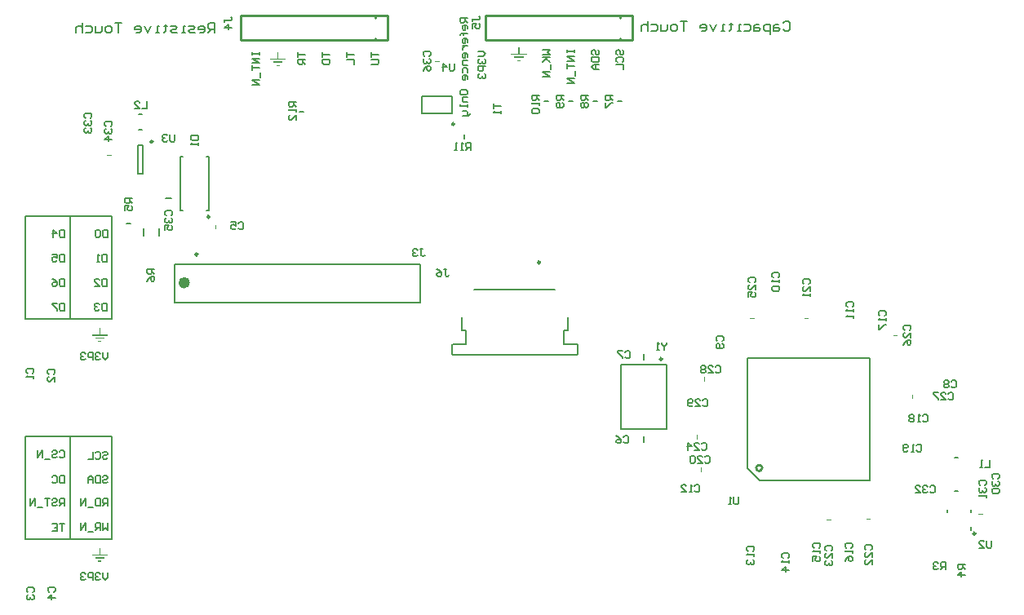
<source format=gbo>
G04 Layer_Color=32896*
%FSLAX24Y24*%
%MOIN*%
G70*
G01*
G75*
%ADD10C,0.0060*%
%ADD47C,0.0100*%
%ADD77C,0.0098*%
%ADD78C,0.0236*%
%ADD79C,0.0059*%
%ADD80C,0.0047*%
%ADD81C,0.0079*%
G36*
X6815Y13165D02*
X6688Y13165D01*
X6688Y13213D01*
X6815Y13213D01*
X6815Y13165D01*
X6815Y13165D02*
G37*
G36*
X6942Y13301D02*
X6560Y13301D01*
X6560Y13350D01*
X6942Y13350D01*
X6942Y13301D01*
X6942Y13301D02*
G37*
G36*
X6774Y13475D02*
X7071Y13475D01*
X7071Y13426D01*
X6434Y13426D01*
X6434Y13475D01*
X6732Y13475D01*
X6732Y13742D01*
X6774Y13742D01*
X6774Y13475D01*
X6774Y13475D02*
G37*
G36*
X6815Y4180D02*
X6688Y4180D01*
X6688Y4228D01*
X6815Y4228D01*
X6815Y4180D01*
X6815Y4180D02*
G37*
G36*
X6942Y4316D02*
X6560Y4316D01*
X6560Y4365D01*
X6942Y4365D01*
X6942Y4316D01*
X6942Y4316D02*
G37*
G36*
X6774Y4490D02*
X7071Y4490D01*
X7071Y4441D01*
X6434Y4441D01*
X6434Y4490D01*
X6732Y4490D01*
X6732Y4757D01*
X6774Y4757D01*
X6774Y4490D01*
X6774Y4490D02*
G37*
G36*
X14094Y24445D02*
X13967Y24445D01*
X13967Y24493D01*
X14094Y24493D01*
X14094Y24445D01*
X14094Y24445D02*
G37*
G36*
X14221Y24581D02*
X13839Y24581D01*
X13839Y24630D01*
X14221Y24630D01*
X14221Y24581D01*
X14221Y24581D02*
G37*
G36*
X14053Y24755D02*
X14350Y24755D01*
X14350Y24706D01*
X13714Y24706D01*
X13714Y24755D01*
X14011Y24755D01*
X14011Y25022D01*
X14053Y25022D01*
X14053Y24755D01*
X14053Y24755D02*
G37*
G36*
X23934Y24645D02*
X23807Y24645D01*
X23807Y24693D01*
X23934Y24693D01*
X23934Y24645D01*
X23934Y24645D02*
G37*
G36*
X24061Y24781D02*
X23679Y24781D01*
X23679Y24831D01*
X24061Y24831D01*
X24061Y24781D01*
X24061Y24781D02*
G37*
G36*
X23893Y24955D02*
X24190Y24955D01*
X24190Y24906D01*
X23554Y24906D01*
X23554Y24955D01*
X23851Y24955D01*
X23851Y25222D01*
X23893Y25222D01*
X23893Y24955D01*
X23893Y24955D02*
G37*
D10*
X3700Y5100D02*
X3700Y9320D01*
X3700Y5100D02*
X7250Y5100D01*
X7250Y9320D01*
X3700Y9320D02*
X7250Y9320D01*
X5550Y5110D02*
X5550Y9320D01*
X5540Y5100D02*
X5550Y5110D01*
X5550Y14110D02*
X5550Y18320D01*
X3700Y18320D02*
X7250Y18320D01*
X3700Y14100D02*
X7250Y14100D01*
X3700Y14100D02*
X3700Y18320D01*
X7250Y14100D02*
X7250Y18320D01*
X28972Y12432D02*
X28972Y12668D01*
X28979Y9079D02*
X28979Y9315D01*
X9440Y19053D02*
X9676Y19053D01*
X3790Y11880D02*
X3740Y11930D01*
X3740Y12030D01*
X3790Y12080D01*
X3990Y12080D01*
X4040Y12030D01*
X4040Y11930D01*
X3990Y11880D01*
X4040Y11780D02*
X4040Y11680D01*
X4040Y11730D01*
X3740Y11730D01*
X3790Y11780D01*
X4660Y11850D02*
X4610Y11900D01*
X4610Y12000D01*
X4660Y12050D01*
X4860Y12050D01*
X4910Y12000D01*
X4910Y11900D01*
X4860Y11850D01*
X4910Y11550D02*
X4910Y11750D01*
X4710Y11550D01*
X4660Y11550D01*
X4610Y11600D01*
X4610Y11700D01*
X4660Y11750D01*
X3820Y2940D02*
X3770Y2990D01*
X3770Y3090D01*
X3820Y3140D01*
X4020Y3140D01*
X4070Y3090D01*
X4070Y2990D01*
X4020Y2940D01*
X3820Y2840D02*
X3770Y2790D01*
X3770Y2690D01*
X3820Y2640D01*
X3870Y2640D01*
X3920Y2690D01*
X3920Y2740D01*
X3920Y2690D01*
X3970Y2640D01*
X4020Y2640D01*
X4070Y2690D01*
X4070Y2790D01*
X4020Y2840D01*
X4680Y2960D02*
X4630Y3010D01*
X4630Y3110D01*
X4680Y3160D01*
X4880Y3160D01*
X4930Y3110D01*
X4930Y3010D01*
X4880Y2960D01*
X4930Y2710D02*
X4630Y2710D01*
X4780Y2860D01*
X4780Y2660D01*
X12410Y18027D02*
X12460Y18077D01*
X12560Y18077D01*
X12610Y18027D01*
X12610Y17827D01*
X12560Y17777D01*
X12460Y17777D01*
X12410Y17827D01*
X12110Y18077D02*
X12310Y18077D01*
X12310Y17927D01*
X12210Y17977D01*
X12160Y17977D01*
X12110Y17927D01*
X12110Y17827D01*
X12160Y17777D01*
X12260Y17777D01*
X12310Y17827D01*
X28152Y9290D02*
X28202Y9340D01*
X28302Y9340D01*
X28352Y9290D01*
X28352Y9090D01*
X28302Y9040D01*
X28202Y9040D01*
X28152Y9090D01*
X27852Y9340D02*
X27952Y9290D01*
X28052Y9190D01*
X28052Y9090D01*
X28002Y9040D01*
X27902Y9040D01*
X27852Y9090D01*
X27852Y9140D01*
X27902Y9190D01*
X28052Y9190D01*
X28212Y12760D02*
X28262Y12810D01*
X28362Y12810D01*
X28412Y12760D01*
X28412Y12560D01*
X28362Y12510D01*
X28262Y12510D01*
X28212Y12560D01*
X28112Y12810D02*
X27912Y12810D01*
X27912Y12760D01*
X28112Y12560D01*
X28112Y12510D01*
X41528Y11557D02*
X41578Y11607D01*
X41678Y11607D01*
X41728Y11557D01*
X41728Y11357D01*
X41678Y11307D01*
X41578Y11307D01*
X41528Y11357D01*
X41428Y11557D02*
X41378Y11607D01*
X41278Y11607D01*
X41228Y11557D01*
X41228Y11507D01*
X41278Y11457D01*
X41228Y11407D01*
X41228Y11357D01*
X41278Y11307D01*
X41378Y11307D01*
X41428Y11357D01*
X41428Y11407D01*
X41378Y11457D01*
X41428Y11507D01*
X41428Y11557D01*
X41378Y11457D02*
X41278Y11457D01*
X31987Y13197D02*
X31937Y13247D01*
X31937Y13347D01*
X31987Y13397D01*
X32187Y13397D01*
X32237Y13347D01*
X32237Y13247D01*
X32187Y13197D01*
X32187Y13097D02*
X32237Y13047D01*
X32237Y12947D01*
X32187Y12897D01*
X31987Y12897D01*
X31937Y12947D01*
X31937Y13047D01*
X31987Y13097D01*
X32037Y13097D01*
X32087Y13047D01*
X32087Y12897D01*
X34260Y15800D02*
X34210Y15850D01*
X34210Y15950D01*
X34260Y16000D01*
X34460Y16000D01*
X34510Y15950D01*
X34510Y15850D01*
X34460Y15800D01*
X34510Y15700D02*
X34510Y15600D01*
X34510Y15650D01*
X34210Y15650D01*
X34260Y15700D01*
X34260Y15450D02*
X34210Y15400D01*
X34210Y15300D01*
X34260Y15250D01*
X34460Y15250D01*
X34510Y15300D01*
X34510Y15400D01*
X34460Y15450D01*
X34260Y15450D01*
X37290Y14600D02*
X37240Y14650D01*
X37240Y14750D01*
X37290Y14800D01*
X37490Y14800D01*
X37540Y14750D01*
X37540Y14650D01*
X37490Y14600D01*
X37540Y14500D02*
X37540Y14400D01*
X37540Y14450D01*
X37240Y14450D01*
X37290Y14500D01*
X37540Y14250D02*
X37540Y14150D01*
X37540Y14200D01*
X37240Y14200D01*
X37290Y14250D01*
X31056Y7280D02*
X31106Y7330D01*
X31206Y7330D01*
X31256Y7280D01*
X31256Y7080D01*
X31206Y7030D01*
X31106Y7030D01*
X31056Y7080D01*
X30956Y7030D02*
X30856Y7030D01*
X30906Y7030D01*
X30906Y7330D01*
X30956Y7280D01*
X30507Y7030D02*
X30706Y7030D01*
X30507Y7230D01*
X30507Y7280D01*
X30557Y7330D01*
X30656Y7330D01*
X30706Y7280D01*
X33227Y4612D02*
X33177Y4662D01*
X33177Y4762D01*
X33227Y4812D01*
X33426Y4812D01*
X33476Y4762D01*
X33476Y4662D01*
X33426Y4612D01*
X33476Y4512D02*
X33476Y4412D01*
X33476Y4462D01*
X33177Y4462D01*
X33227Y4512D01*
X33227Y4263D02*
X33177Y4213D01*
X33177Y4113D01*
X33227Y4063D01*
X33277Y4063D01*
X33326Y4113D01*
X33326Y4163D01*
X33326Y4113D01*
X33376Y4063D01*
X33426Y4063D01*
X33476Y4113D01*
X33476Y4213D01*
X33426Y4263D01*
X34673Y4329D02*
X34623Y4379D01*
X34623Y4479D01*
X34673Y4529D01*
X34873Y4529D01*
X34923Y4479D01*
X34923Y4379D01*
X34873Y4329D01*
X34923Y4229D02*
X34923Y4129D01*
X34923Y4179D01*
X34623Y4179D01*
X34673Y4229D01*
X34923Y3829D02*
X34623Y3829D01*
X34773Y3979D01*
X34773Y3779D01*
X35930Y4761D02*
X35880Y4811D01*
X35880Y4911D01*
X35930Y4961D01*
X36130Y4961D01*
X36180Y4911D01*
X36180Y4811D01*
X36130Y4761D01*
X36180Y4661D02*
X36180Y4561D01*
X36180Y4611D01*
X35880Y4611D01*
X35930Y4661D01*
X35880Y4211D02*
X35880Y4411D01*
X36030Y4411D01*
X35980Y4311D01*
X35980Y4261D01*
X36030Y4211D01*
X36130Y4211D01*
X36180Y4261D01*
X36180Y4361D01*
X36130Y4411D01*
X37245Y4761D02*
X37195Y4811D01*
X37195Y4911D01*
X37245Y4961D01*
X37445Y4961D01*
X37495Y4911D01*
X37495Y4811D01*
X37445Y4761D01*
X37495Y4661D02*
X37495Y4561D01*
X37495Y4611D01*
X37195Y4611D01*
X37245Y4661D01*
X37195Y4211D02*
X37245Y4311D01*
X37345Y4411D01*
X37445Y4411D01*
X37495Y4361D01*
X37495Y4261D01*
X37445Y4211D01*
X37395Y4211D01*
X37345Y4261D01*
X37345Y4411D01*
X38610Y14240D02*
X38560Y14290D01*
X38560Y14390D01*
X38610Y14440D01*
X38810Y14440D01*
X38860Y14390D01*
X38860Y14290D01*
X38810Y14240D01*
X38860Y14140D02*
X38860Y14040D01*
X38860Y14090D01*
X38560Y14090D01*
X38610Y14140D01*
X38560Y13890D02*
X38560Y13690D01*
X38610Y13690D01*
X38810Y13890D01*
X38860Y13890D01*
X40368Y10156D02*
X40418Y10206D01*
X40518Y10206D01*
X40568Y10156D01*
X40568Y9956D01*
X40518Y9906D01*
X40418Y9906D01*
X40368Y9956D01*
X40268Y9906D02*
X40168Y9906D01*
X40218Y9906D01*
X40218Y10206D01*
X40268Y10156D01*
X40018Y10156D02*
X39968Y10206D01*
X39868Y10206D01*
X39818Y10156D01*
X39818Y10106D01*
X39868Y10056D01*
X39818Y10006D01*
X39818Y9956D01*
X39868Y9906D01*
X39968Y9906D01*
X40018Y9956D01*
X40018Y10006D01*
X39968Y10056D01*
X40018Y10106D01*
X40018Y10156D01*
X39968Y10056D02*
X39868Y10056D01*
X40114Y8937D02*
X40164Y8987D01*
X40264Y8987D01*
X40314Y8937D01*
X40314Y8737D01*
X40264Y8687D01*
X40164Y8687D01*
X40114Y8737D01*
X40014Y8687D02*
X39914Y8687D01*
X39964Y8687D01*
X39964Y8987D01*
X40014Y8937D01*
X39764Y8737D02*
X39714Y8687D01*
X39614Y8687D01*
X39564Y8737D01*
X39564Y8937D01*
X39614Y8987D01*
X39714Y8987D01*
X39764Y8937D01*
X39764Y8887D01*
X39714Y8837D01*
X39564Y8837D01*
X31467Y8471D02*
X31517Y8521D01*
X31617Y8521D01*
X31667Y8471D01*
X31667Y8271D01*
X31617Y8221D01*
X31517Y8221D01*
X31467Y8271D01*
X31167Y8221D02*
X31367Y8221D01*
X31167Y8421D01*
X31167Y8471D01*
X31217Y8521D01*
X31317Y8521D01*
X31367Y8471D01*
X31067Y8471D02*
X31017Y8521D01*
X30917Y8521D01*
X30867Y8471D01*
X30867Y8271D01*
X30917Y8221D01*
X31017Y8221D01*
X31067Y8271D01*
X31067Y8471D01*
X35510Y15530D02*
X35460Y15580D01*
X35460Y15680D01*
X35510Y15730D01*
X35710Y15730D01*
X35760Y15680D01*
X35760Y15580D01*
X35710Y15530D01*
X35760Y15230D02*
X35760Y15430D01*
X35560Y15230D01*
X35510Y15230D01*
X35460Y15280D01*
X35460Y15380D01*
X35510Y15430D01*
X35760Y15130D02*
X35760Y15030D01*
X35760Y15080D01*
X35460Y15080D01*
X35510Y15130D01*
X38049Y4666D02*
X37999Y4716D01*
X37999Y4816D01*
X38049Y4866D01*
X38248Y4866D01*
X38298Y4816D01*
X38298Y4716D01*
X38248Y4666D01*
X38298Y4366D02*
X38298Y4566D01*
X38098Y4366D01*
X38049Y4366D01*
X37999Y4416D01*
X37999Y4516D01*
X38049Y4566D01*
X38298Y4066D02*
X38298Y4266D01*
X38098Y4066D01*
X38049Y4066D01*
X37999Y4116D01*
X37999Y4216D01*
X38049Y4266D01*
X36438Y4640D02*
X36388Y4690D01*
X36388Y4790D01*
X36438Y4840D01*
X36637Y4840D01*
X36687Y4790D01*
X36687Y4690D01*
X36637Y4640D01*
X36687Y4340D02*
X36687Y4540D01*
X36488Y4340D01*
X36438Y4340D01*
X36388Y4390D01*
X36388Y4490D01*
X36438Y4540D01*
X36438Y4240D02*
X36388Y4190D01*
X36388Y4090D01*
X36438Y4040D01*
X36488Y4040D01*
X36538Y4090D01*
X36538Y4140D01*
X36538Y4090D01*
X36588Y4040D01*
X36637Y4040D01*
X36687Y4090D01*
X36687Y4190D01*
X36637Y4240D01*
X31337Y9009D02*
X31387Y9059D01*
X31487Y9059D01*
X31537Y9009D01*
X31537Y8809D01*
X31487Y8759D01*
X31387Y8759D01*
X31337Y8809D01*
X31037Y8759D02*
X31237Y8759D01*
X31037Y8959D01*
X31037Y9009D01*
X31087Y9059D01*
X31187Y9059D01*
X31237Y9009D01*
X30787Y8759D02*
X30787Y9059D01*
X30937Y8909D01*
X30737Y8909D01*
X33300Y15610D02*
X33250Y15660D01*
X33250Y15760D01*
X33300Y15810D01*
X33500Y15810D01*
X33550Y15760D01*
X33550Y15660D01*
X33500Y15610D01*
X33550Y15310D02*
X33550Y15510D01*
X33350Y15310D01*
X33300Y15310D01*
X33250Y15360D01*
X33250Y15460D01*
X33300Y15510D01*
X33250Y15010D02*
X33250Y15210D01*
X33400Y15210D01*
X33350Y15110D01*
X33350Y15060D01*
X33400Y15010D01*
X33500Y15010D01*
X33550Y15060D01*
X33550Y15160D01*
X33500Y15210D01*
X39634Y13654D02*
X39584Y13704D01*
X39584Y13804D01*
X39634Y13854D01*
X39834Y13854D01*
X39884Y13804D01*
X39884Y13704D01*
X39834Y13654D01*
X39884Y13354D02*
X39884Y13554D01*
X39684Y13354D01*
X39634Y13354D01*
X39584Y13404D01*
X39584Y13504D01*
X39634Y13554D01*
X39584Y13054D02*
X39634Y13154D01*
X39734Y13254D01*
X39834Y13254D01*
X39884Y13204D01*
X39884Y13104D01*
X39834Y13054D01*
X39784Y13054D01*
X39734Y13104D01*
X39734Y13254D01*
X41423Y11050D02*
X41473Y11100D01*
X41573Y11100D01*
X41623Y11050D01*
X41623Y10850D01*
X41573Y10800D01*
X41473Y10800D01*
X41423Y10850D01*
X41123Y10800D02*
X41323Y10800D01*
X41123Y11000D01*
X41123Y11050D01*
X41173Y11100D01*
X41273Y11100D01*
X41323Y11050D01*
X41023Y11100D02*
X40823Y11100D01*
X40823Y11050D01*
X41023Y10850D01*
X41023Y10800D01*
X31893Y12153D02*
X31943Y12203D01*
X32043Y12203D01*
X32093Y12153D01*
X32093Y11954D01*
X32043Y11904D01*
X31943Y11904D01*
X31893Y11954D01*
X31593Y11904D02*
X31793Y11904D01*
X31593Y12103D01*
X31593Y12153D01*
X31643Y12203D01*
X31743Y12203D01*
X31793Y12153D01*
X31493Y12153D02*
X31443Y12203D01*
X31343Y12203D01*
X31293Y12153D01*
X31293Y12103D01*
X31343Y12054D01*
X31293Y12004D01*
X31293Y11954D01*
X31343Y11904D01*
X31443Y11904D01*
X31493Y11954D01*
X31493Y12004D01*
X31443Y12054D01*
X31493Y12103D01*
X31493Y12153D01*
X31443Y12054D02*
X31343Y12054D01*
X31388Y10780D02*
X31438Y10830D01*
X31538Y10830D01*
X31588Y10780D01*
X31588Y10580D01*
X31538Y10530D01*
X31438Y10530D01*
X31388Y10580D01*
X31088Y10530D02*
X31288Y10530D01*
X31088Y10730D01*
X31088Y10780D01*
X31138Y10830D01*
X31238Y10830D01*
X31288Y10780D01*
X30988Y10580D02*
X30938Y10530D01*
X30838Y10530D01*
X30788Y10580D01*
X30788Y10780D01*
X30838Y10830D01*
X30938Y10830D01*
X30988Y10780D01*
X30988Y10730D01*
X30938Y10680D01*
X30788Y10680D01*
X43250Y7580D02*
X43200Y7630D01*
X43200Y7730D01*
X43250Y7780D01*
X43450Y7780D01*
X43500Y7730D01*
X43500Y7630D01*
X43450Y7580D01*
X43250Y7480D02*
X43200Y7430D01*
X43200Y7330D01*
X43250Y7280D01*
X43300Y7280D01*
X43350Y7330D01*
X43350Y7380D01*
X43350Y7330D01*
X43400Y7280D01*
X43450Y7280D01*
X43500Y7330D01*
X43500Y7430D01*
X43450Y7480D01*
X43250Y7180D02*
X43200Y7130D01*
X43200Y7030D01*
X43250Y6980D01*
X43450Y6980D01*
X43500Y7030D01*
X43500Y7130D01*
X43450Y7180D01*
X43250Y7180D01*
X42720Y7320D02*
X42670Y7370D01*
X42670Y7470D01*
X42720Y7520D01*
X42920Y7520D01*
X42970Y7470D01*
X42970Y7370D01*
X42920Y7320D01*
X42720Y7220D02*
X42670Y7170D01*
X42670Y7070D01*
X42720Y7020D01*
X42770Y7020D01*
X42820Y7070D01*
X42820Y7120D01*
X42820Y7070D01*
X42870Y7020D01*
X42920Y7020D01*
X42970Y7070D01*
X42970Y7170D01*
X42920Y7220D01*
X42970Y6920D02*
X42970Y6820D01*
X42970Y6870D01*
X42670Y6870D01*
X42720Y6920D01*
X40670Y7260D02*
X40720Y7310D01*
X40820Y7310D01*
X40870Y7260D01*
X40870Y7060D01*
X40820Y7010D01*
X40720Y7010D01*
X40670Y7060D01*
X40570Y7260D02*
X40520Y7310D01*
X40420Y7310D01*
X40370Y7260D01*
X40370Y7210D01*
X40420Y7160D01*
X40470Y7160D01*
X40420Y7160D01*
X40370Y7110D01*
X40370Y7060D01*
X40420Y7010D01*
X40520Y7010D01*
X40570Y7060D01*
X40070Y7010D02*
X40270Y7010D01*
X40070Y7210D01*
X40070Y7260D01*
X40120Y7310D01*
X40220Y7310D01*
X40270Y7260D01*
X6170Y22320D02*
X6120Y22370D01*
X6120Y22470D01*
X6170Y22520D01*
X6370Y22520D01*
X6420Y22470D01*
X6420Y22370D01*
X6370Y22320D01*
X6170Y22220D02*
X6120Y22170D01*
X6120Y22070D01*
X6170Y22020D01*
X6220Y22020D01*
X6270Y22070D01*
X6270Y22120D01*
X6270Y22070D01*
X6320Y22020D01*
X6370Y22020D01*
X6420Y22070D01*
X6420Y22170D01*
X6370Y22220D01*
X6170Y21920D02*
X6120Y21870D01*
X6120Y21770D01*
X6170Y21720D01*
X6220Y21720D01*
X6270Y21770D01*
X6270Y21820D01*
X6270Y21770D01*
X6320Y21720D01*
X6370Y21720D01*
X6420Y21770D01*
X6420Y21870D01*
X6370Y21920D01*
X7001Y21990D02*
X6951Y22040D01*
X6951Y22140D01*
X7001Y22190D01*
X7201Y22190D01*
X7251Y22140D01*
X7251Y22040D01*
X7201Y21990D01*
X7001Y21890D02*
X6951Y21840D01*
X6951Y21740D01*
X7001Y21690D01*
X7051Y21690D01*
X7101Y21740D01*
X7101Y21790D01*
X7101Y21740D01*
X7151Y21690D01*
X7201Y21690D01*
X7251Y21740D01*
X7251Y21840D01*
X7201Y21890D01*
X7251Y21440D02*
X6951Y21440D01*
X7101Y21590D01*
X7101Y21390D01*
X9470Y18330D02*
X9420Y18380D01*
X9420Y18480D01*
X9470Y18530D01*
X9670Y18530D01*
X9720Y18480D01*
X9720Y18380D01*
X9670Y18330D01*
X9470Y18230D02*
X9420Y18180D01*
X9420Y18080D01*
X9470Y18030D01*
X9520Y18030D01*
X9570Y18080D01*
X9570Y18130D01*
X9570Y18080D01*
X9620Y18030D01*
X9670Y18030D01*
X9720Y18080D01*
X9720Y18180D01*
X9670Y18230D01*
X9420Y17730D02*
X9420Y17930D01*
X9570Y17930D01*
X9520Y17830D01*
X9520Y17780D01*
X9570Y17730D01*
X9670Y17730D01*
X9720Y17780D01*
X9720Y17880D01*
X9670Y17930D01*
X10480Y21606D02*
X10780Y21606D01*
X10780Y21456D01*
X10730Y21406D01*
X10530Y21406D01*
X10480Y21456D01*
X10480Y21606D01*
X10780Y21306D02*
X10780Y21206D01*
X10780Y21256D01*
X10480Y21256D01*
X10530Y21306D01*
X19830Y16977D02*
X19930Y16977D01*
X19880Y16977D01*
X19880Y16727D01*
X19930Y16677D01*
X19980Y16677D01*
X20030Y16727D01*
X19730Y16927D02*
X19680Y16977D01*
X19580Y16977D01*
X19530Y16927D01*
X19530Y16877D01*
X19580Y16827D01*
X19630Y16827D01*
X19580Y16827D01*
X19530Y16777D01*
X19530Y16727D01*
X19580Y16677D01*
X19680Y16677D01*
X19730Y16727D01*
X8680Y23010D02*
X8680Y22710D01*
X8480Y22710D01*
X8180Y22710D02*
X8380Y22710D01*
X8180Y22910D01*
X8180Y22960D01*
X8230Y23010D01*
X8330Y23010D01*
X8380Y22960D01*
X41300Y3870D02*
X41300Y4170D01*
X41150Y4170D01*
X41100Y4120D01*
X41100Y4020D01*
X41150Y3970D01*
X41300Y3970D01*
X41200Y3970D02*
X41100Y3870D01*
X41000Y4120D02*
X40950Y4170D01*
X40850Y4170D01*
X40800Y4120D01*
X40800Y4070D01*
X40850Y4020D01*
X40900Y4020D01*
X40850Y4020D01*
X40800Y3970D01*
X40800Y3920D01*
X40850Y3870D01*
X40950Y3870D01*
X41000Y3920D01*
X42090Y4080D02*
X41790Y4080D01*
X41790Y3930D01*
X41840Y3880D01*
X41940Y3880D01*
X41990Y3930D01*
X41990Y4080D01*
X41990Y3980D02*
X42090Y3880D01*
X42090Y3630D02*
X41790Y3630D01*
X41940Y3780D01*
X41940Y3580D01*
X8080Y19039D02*
X7780Y19039D01*
X7780Y18889D01*
X7830Y18839D01*
X7930Y18839D01*
X7980Y18889D01*
X7980Y19039D01*
X7980Y18939D02*
X8080Y18839D01*
X7780Y18539D02*
X7780Y18739D01*
X7930Y18739D01*
X7880Y18639D01*
X7880Y18589D01*
X7930Y18539D01*
X8030Y18539D01*
X8080Y18589D01*
X8080Y18689D01*
X8030Y18739D01*
X8980Y16148D02*
X8680Y16148D01*
X8680Y15998D01*
X8730Y15948D01*
X8830Y15948D01*
X8880Y15998D01*
X8880Y16148D01*
X8880Y16048D02*
X8980Y15948D01*
X8680Y15648D02*
X8730Y15748D01*
X8830Y15848D01*
X8930Y15848D01*
X8980Y15798D01*
X8980Y15698D01*
X8930Y15648D01*
X8880Y15648D01*
X8830Y15698D01*
X8830Y15848D01*
X32850Y6830D02*
X32850Y6580D01*
X32800Y6530D01*
X32700Y6530D01*
X32650Y6580D01*
X32650Y6830D01*
X32550Y6530D02*
X32450Y6530D01*
X32500Y6530D01*
X32500Y6830D01*
X32550Y6780D01*
X43180Y5060D02*
X43180Y4810D01*
X43130Y4760D01*
X43030Y4760D01*
X42980Y4810D01*
X42980Y5060D01*
X42680Y4760D02*
X42880Y4760D01*
X42680Y4960D01*
X42680Y5010D01*
X42730Y5060D01*
X42830Y5060D01*
X42880Y5010D01*
X9820Y21648D02*
X9820Y21398D01*
X9770Y21348D01*
X9670Y21348D01*
X9620Y21398D01*
X9620Y21648D01*
X9520Y21598D02*
X9470Y21648D01*
X9370Y21648D01*
X9320Y21598D01*
X9320Y21548D01*
X9370Y21498D01*
X9420Y21498D01*
X9370Y21498D01*
X9320Y21448D01*
X9320Y21398D01*
X9370Y21348D01*
X9470Y21348D01*
X9520Y21398D01*
X29892Y13130D02*
X29892Y13080D01*
X29792Y12980D01*
X29692Y13080D01*
X29692Y13130D01*
X29792Y12980D02*
X29792Y12830D01*
X29592Y12830D02*
X29492Y12830D01*
X29542Y12830D01*
X29542Y13130D01*
X29592Y13080D01*
X43120Y8350D02*
X43120Y8050D01*
X42920Y8050D01*
X42820Y8050D02*
X42720Y8050D01*
X42770Y8050D01*
X42770Y8350D01*
X42820Y8300D01*
X11855Y26255D02*
X11855Y26355D01*
X11855Y26305D01*
X12105Y26305D01*
X12155Y26355D01*
X12155Y26405D01*
X12105Y26455D01*
X12155Y26005D02*
X11855Y26005D01*
X12005Y26155D01*
X12005Y25955D01*
X21980Y26280D02*
X21980Y26380D01*
X21980Y26330D01*
X22230Y26330D01*
X22280Y26380D01*
X22280Y26430D01*
X22230Y26480D01*
X21980Y25980D02*
X21980Y26180D01*
X22130Y26180D01*
X22080Y26080D01*
X22080Y26030D01*
X22130Y25980D01*
X22230Y25980D01*
X22280Y26030D01*
X22280Y26130D01*
X22230Y26180D01*
X20815Y16161D02*
X20915Y16161D01*
X20865Y16161D01*
X20865Y15911D01*
X20915Y15861D01*
X20965Y15861D01*
X21015Y15911D01*
X20515Y16161D02*
X20615Y16111D01*
X20715Y16011D01*
X20715Y15911D01*
X20665Y15861D01*
X20565Y15861D01*
X20515Y15911D01*
X20515Y15961D01*
X20565Y16011D01*
X20715Y16011D01*
X27700Y23240D02*
X27400Y23240D01*
X27400Y23090D01*
X27450Y23040D01*
X27550Y23040D01*
X27600Y23090D01*
X27600Y23240D01*
X27600Y23140D02*
X27700Y23040D01*
X27400Y22940D02*
X27400Y22740D01*
X27450Y22740D01*
X27650Y22940D01*
X27700Y22940D01*
X26700Y23250D02*
X26400Y23250D01*
X26400Y23100D01*
X26450Y23050D01*
X26550Y23050D01*
X26600Y23100D01*
X26600Y23250D01*
X26600Y23150D02*
X26700Y23050D01*
X26450Y22950D02*
X26400Y22900D01*
X26400Y22800D01*
X26450Y22750D01*
X26500Y22750D01*
X26550Y22800D01*
X26600Y22750D01*
X26650Y22750D01*
X26700Y22800D01*
X26700Y22900D01*
X26650Y22950D01*
X26600Y22950D01*
X26550Y22900D01*
X26500Y22950D01*
X26450Y22950D01*
X26550Y22900D02*
X26550Y22800D01*
X25700Y23250D02*
X25400Y23250D01*
X25400Y23100D01*
X25450Y23050D01*
X25550Y23050D01*
X25600Y23100D01*
X25600Y23250D01*
X25600Y23150D02*
X25700Y23050D01*
X25650Y22950D02*
X25700Y22900D01*
X25700Y22800D01*
X25650Y22750D01*
X25450Y22750D01*
X25400Y22800D01*
X25400Y22900D01*
X25450Y22950D01*
X25500Y22950D01*
X25550Y22900D01*
X25550Y22750D01*
X24700Y23250D02*
X24400Y23250D01*
X24400Y23100D01*
X24450Y23050D01*
X24550Y23050D01*
X24600Y23100D01*
X24600Y23250D01*
X24600Y23150D02*
X24700Y23050D01*
X24700Y22950D02*
X24700Y22850D01*
X24700Y22900D01*
X24400Y22900D01*
X24450Y22950D01*
X24450Y22700D02*
X24400Y22650D01*
X24400Y22550D01*
X24450Y22500D01*
X24650Y22500D01*
X24700Y22550D01*
X24700Y22650D01*
X24650Y22700D01*
X24450Y22700D01*
X22850Y22910D02*
X22850Y22710D01*
X22850Y22810D01*
X23150Y22810D01*
X23150Y22610D02*
X23150Y22510D01*
X23150Y22560D01*
X22850Y22560D01*
X22900Y22610D01*
X20020Y24850D02*
X19970Y24900D01*
X19970Y25000D01*
X20020Y25050D01*
X20220Y25050D01*
X20270Y25000D01*
X20270Y24900D01*
X20220Y24850D01*
X20020Y24750D02*
X19970Y24700D01*
X19970Y24600D01*
X20020Y24550D01*
X20070Y24550D01*
X20120Y24600D01*
X20120Y24650D01*
X20120Y24600D01*
X20170Y24550D01*
X20220Y24550D01*
X20270Y24600D01*
X20270Y24700D01*
X20220Y24750D01*
X19970Y24250D02*
X20020Y24350D01*
X20120Y24450D01*
X20220Y24450D01*
X20270Y24400D01*
X20270Y24300D01*
X20220Y24250D01*
X20170Y24250D01*
X20120Y24300D01*
X20120Y24450D01*
X21900Y21020D02*
X21900Y21320D01*
X21750Y21320D01*
X21700Y21270D01*
X21700Y21170D01*
X21750Y21120D01*
X21900Y21120D01*
X21800Y21120D02*
X21700Y21020D01*
X21600Y21020D02*
X21500Y21020D01*
X21550Y21020D01*
X21550Y21320D01*
X21600Y21270D01*
X21350Y21020D02*
X21250Y21020D01*
X21300Y21020D01*
X21300Y21320D01*
X21350Y21270D01*
X21230Y24560D02*
X21230Y24310D01*
X21180Y24260D01*
X21080Y24260D01*
X21030Y24310D01*
X21030Y24560D01*
X20780Y24260D02*
X20780Y24560D01*
X20930Y24410D01*
X20730Y24410D01*
X14760Y22990D02*
X14460Y22990D01*
X14460Y22840D01*
X14510Y22790D01*
X14610Y22790D01*
X14660Y22840D01*
X14660Y22990D01*
X14660Y22890D02*
X14760Y22790D01*
X14760Y22690D02*
X14760Y22590D01*
X14760Y22640D01*
X14460Y22640D01*
X14510Y22690D01*
X14760Y22240D02*
X14760Y22440D01*
X14560Y22240D01*
X14510Y22240D01*
X14460Y22290D01*
X14460Y22390D01*
X14510Y22440D01*
X17850Y25011D02*
X17850Y24811D01*
X17850Y24911D01*
X18150Y24911D01*
X17850Y24712D02*
X18100Y24712D01*
X18150Y24662D01*
X18150Y24562D01*
X18100Y24512D01*
X17850Y24512D01*
X16850Y25011D02*
X16850Y24811D01*
X16850Y24911D01*
X17150Y24911D01*
X16850Y24712D02*
X17150Y24712D01*
X17150Y24512D01*
X15850Y25011D02*
X15850Y24811D01*
X15850Y24911D01*
X16150Y24911D01*
X15850Y24712D02*
X16150Y24712D01*
X16150Y24562D01*
X16100Y24512D01*
X15900Y24512D01*
X15850Y24562D01*
X15850Y24712D01*
X14850Y25011D02*
X14850Y24811D01*
X14850Y24911D01*
X15150Y24911D01*
X15150Y24712D02*
X14850Y24712D01*
X14850Y24562D01*
X14900Y24512D01*
X15000Y24512D01*
X15050Y24562D01*
X15050Y24712D01*
X15050Y24612D02*
X15150Y24512D01*
X11430Y25800D02*
X11430Y26200D01*
X11230Y26200D01*
X11163Y26133D01*
X11163Y26000D01*
X11230Y25933D01*
X11430Y25933D01*
X11297Y25933D02*
X11163Y25800D01*
X10830Y25800D02*
X10963Y25800D01*
X11030Y25867D01*
X11030Y26000D01*
X10963Y26067D01*
X10830Y26067D01*
X10764Y26000D01*
X10764Y25933D01*
X11030Y25933D01*
X10630Y25800D02*
X10430Y25800D01*
X10364Y25867D01*
X10430Y25933D01*
X10564Y25933D01*
X10630Y26000D01*
X10564Y26067D01*
X10364Y26067D01*
X10230Y25800D02*
X10097Y25800D01*
X10164Y25800D01*
X10164Y26067D01*
X10230Y26067D01*
X9897Y25800D02*
X9697Y25800D01*
X9631Y25867D01*
X9697Y25933D01*
X9831Y25933D01*
X9897Y26000D01*
X9831Y26067D01*
X9631Y26067D01*
X9431Y26133D02*
X9431Y26067D01*
X9497Y26067D01*
X9364Y26067D01*
X9431Y26067D01*
X9431Y25867D01*
X9364Y25800D01*
X9164Y25800D02*
X9031Y25800D01*
X9097Y25800D01*
X9097Y26067D01*
X9164Y26067D01*
X8831Y26067D02*
X8698Y25800D01*
X8564Y26067D01*
X8231Y25800D02*
X8364Y25800D01*
X8431Y25867D01*
X8431Y26000D01*
X8364Y26067D01*
X8231Y26067D01*
X8164Y26000D01*
X8164Y25933D01*
X8431Y25933D01*
X7631Y26200D02*
X7365Y26200D01*
X7498Y26200D01*
X7498Y25800D01*
X7165Y25800D02*
X7031Y25800D01*
X6965Y25867D01*
X6965Y26000D01*
X7031Y26067D01*
X7165Y26067D01*
X7231Y26000D01*
X7231Y25867D01*
X7165Y25800D01*
X6831Y26067D02*
X6831Y25867D01*
X6765Y25800D01*
X6565Y25800D01*
X6565Y26067D01*
X6165Y26067D02*
X6365Y26067D01*
X6432Y26000D01*
X6432Y25867D01*
X6365Y25800D01*
X6165Y25800D01*
X6032Y26200D02*
X6032Y25800D01*
X6032Y26000D01*
X5965Y26067D01*
X5832Y26067D01*
X5765Y26000D01*
X5765Y25800D01*
X34683Y26200D02*
X34750Y26267D01*
X34883Y26267D01*
X34950Y26200D01*
X34950Y25933D01*
X34883Y25867D01*
X34750Y25867D01*
X34683Y25933D01*
X34483Y26133D02*
X34350Y26133D01*
X34284Y26067D01*
X34284Y25867D01*
X34483Y25867D01*
X34550Y25933D01*
X34483Y26000D01*
X34284Y26000D01*
X34150Y25733D02*
X34150Y26133D01*
X33950Y26133D01*
X33884Y26067D01*
X33884Y25933D01*
X33950Y25867D01*
X34150Y25867D01*
X33684Y26133D02*
X33550Y26133D01*
X33484Y26067D01*
X33484Y25867D01*
X33684Y25867D01*
X33750Y25933D01*
X33684Y26000D01*
X33484Y26000D01*
X33084Y26133D02*
X33284Y26133D01*
X33351Y26067D01*
X33351Y25933D01*
X33284Y25867D01*
X33084Y25867D01*
X32951Y25867D02*
X32817Y25867D01*
X32884Y25867D01*
X32884Y26133D01*
X32951Y26133D01*
X32551Y26200D02*
X32551Y26133D01*
X32617Y26133D01*
X32484Y26133D01*
X32551Y26133D01*
X32551Y25933D01*
X32484Y25867D01*
X32284Y25867D02*
X32151Y25867D01*
X32218Y25867D01*
X32218Y26133D01*
X32284Y26133D01*
X31951Y26133D02*
X31818Y25867D01*
X31684Y26133D01*
X31351Y25867D02*
X31484Y25867D01*
X31551Y25933D01*
X31551Y26067D01*
X31484Y26133D01*
X31351Y26133D01*
X31285Y26067D01*
X31285Y26000D01*
X31551Y26000D01*
X30751Y26267D02*
X30485Y26267D01*
X30618Y26267D01*
X30618Y25867D01*
X30285Y25867D02*
X30152Y25867D01*
X30085Y25933D01*
X30085Y26067D01*
X30152Y26133D01*
X30285Y26133D01*
X30351Y26067D01*
X30351Y25933D01*
X30285Y25867D01*
X29952Y26133D02*
X29952Y25933D01*
X29885Y25867D01*
X29685Y25867D01*
X29685Y26133D01*
X29285Y26133D02*
X29485Y26133D01*
X29552Y26067D01*
X29552Y25933D01*
X29485Y25867D01*
X29285Y25867D01*
X29152Y26267D02*
X29152Y25867D01*
X29152Y26067D01*
X29085Y26133D01*
X28952Y26133D01*
X28885Y26067D01*
X28885Y25867D01*
X27900Y24900D02*
X27850Y24950D01*
X27850Y25050D01*
X27900Y25100D01*
X27950Y25100D01*
X28000Y25050D01*
X28000Y24950D01*
X28050Y24900D01*
X28100Y24900D01*
X28150Y24950D01*
X28150Y25050D01*
X28100Y25100D01*
X27900Y24600D02*
X27850Y24650D01*
X27850Y24750D01*
X27900Y24800D01*
X28100Y24800D01*
X28150Y24750D01*
X28150Y24650D01*
X28100Y24600D01*
X27850Y24500D02*
X28150Y24500D01*
X28150Y24300D01*
X26892Y24900D02*
X26842Y24950D01*
X26842Y25050D01*
X26892Y25100D01*
X26942Y25100D01*
X26992Y25050D01*
X26992Y24950D01*
X27042Y24900D01*
X27092Y24900D01*
X27142Y24950D01*
X27142Y25050D01*
X27092Y25100D01*
X26842Y24800D02*
X27142Y24800D01*
X27142Y24650D01*
X27092Y24600D01*
X26892Y24600D01*
X26842Y24650D01*
X26842Y24800D01*
X27142Y24500D02*
X26942Y24500D01*
X26842Y24400D01*
X26942Y24300D01*
X27142Y24300D01*
X26992Y24300D01*
X26992Y24500D01*
X25833Y25100D02*
X25833Y25000D01*
X25833Y25050D01*
X26133Y25050D01*
X26133Y25100D01*
X26133Y25000D01*
X26133Y24850D02*
X25833Y24850D01*
X26133Y24650D01*
X25833Y24650D01*
X25833Y24550D02*
X25833Y24350D01*
X25833Y24450D01*
X26133Y24450D01*
X26183Y24250D02*
X26183Y24050D01*
X26133Y23950D02*
X25833Y23950D01*
X26133Y23750D01*
X25833Y23750D01*
X24825Y25100D02*
X25125Y25100D01*
X25025Y25000D01*
X25125Y24900D01*
X24825Y24900D01*
X24825Y24800D02*
X25125Y24800D01*
X25025Y24800D01*
X24825Y24600D01*
X24975Y24750D01*
X25125Y24600D01*
X25175Y24500D02*
X25175Y24300D01*
X25125Y24200D02*
X24825Y24200D01*
X25125Y24000D01*
X24825Y24000D01*
X5300Y5740D02*
X5100Y5740D01*
X5200Y5740D01*
X5200Y5440D01*
X4800Y5740D02*
X5000Y5740D01*
X5000Y5440D01*
X4800Y5440D01*
X5000Y5590D02*
X4900Y5590D01*
X7060Y5765D02*
X7060Y5465D01*
X6960Y5565D01*
X6860Y5465D01*
X6860Y5765D01*
X6760Y5465D02*
X6760Y5765D01*
X6610Y5765D01*
X6560Y5715D01*
X6560Y5615D01*
X6610Y5565D01*
X6760Y5565D01*
X6660Y5565D02*
X6560Y5465D01*
X6460Y5415D02*
X6260Y5415D01*
X6160Y5465D02*
X6160Y5765D01*
X5960Y5465D01*
X5960Y5765D01*
X7060Y6473D02*
X7060Y6773D01*
X6910Y6773D01*
X6860Y6723D01*
X6860Y6623D01*
X6910Y6573D01*
X7060Y6573D01*
X6960Y6573D02*
X6860Y6473D01*
X6760Y6773D02*
X6760Y6473D01*
X6610Y6473D01*
X6560Y6523D01*
X6560Y6723D01*
X6610Y6773D01*
X6760Y6773D01*
X6460Y6423D02*
X6260Y6423D01*
X6160Y6473D02*
X6160Y6773D01*
X5960Y6473D01*
X5960Y6773D01*
X5300Y7707D02*
X5300Y7407D01*
X5150Y7407D01*
X5100Y7457D01*
X5100Y7657D01*
X5150Y7707D01*
X5300Y7707D01*
X4800Y7657D02*
X4850Y7707D01*
X4950Y7707D01*
X5000Y7657D01*
X5000Y7457D01*
X4950Y7407D01*
X4850Y7407D01*
X4800Y7457D01*
X5100Y8690D02*
X5150Y8740D01*
X5250Y8740D01*
X5300Y8690D01*
X5300Y8490D01*
X5250Y8440D01*
X5150Y8440D01*
X5100Y8490D01*
X4800Y8690D02*
X4850Y8740D01*
X4950Y8740D01*
X5000Y8690D01*
X5000Y8640D01*
X4950Y8590D01*
X4850Y8590D01*
X4800Y8540D01*
X4800Y8490D01*
X4850Y8440D01*
X4950Y8440D01*
X5000Y8490D01*
X4700Y8390D02*
X4500Y8390D01*
X4400Y8440D02*
X4400Y8740D01*
X4200Y8440D01*
X4200Y8740D01*
X5300Y6473D02*
X5300Y6773D01*
X5150Y6773D01*
X5100Y6723D01*
X5100Y6623D01*
X5150Y6573D01*
X5300Y6573D01*
X5200Y6573D02*
X5100Y6473D01*
X4800Y6723D02*
X4850Y6773D01*
X4950Y6773D01*
X5000Y6723D01*
X5000Y6673D01*
X4950Y6623D01*
X4850Y6623D01*
X4800Y6573D01*
X4800Y6523D01*
X4850Y6473D01*
X4950Y6473D01*
X5000Y6523D01*
X4700Y6773D02*
X4500Y6773D01*
X4600Y6773D01*
X4600Y6473D01*
X4400Y6423D02*
X4200Y6423D01*
X4100Y6473D02*
X4100Y6773D01*
X3900Y6473D01*
X3900Y6773D01*
X5300Y17750D02*
X5300Y17450D01*
X5150Y17450D01*
X5100Y17500D01*
X5100Y17700D01*
X5150Y17750D01*
X5300Y17750D01*
X4850Y17450D02*
X4850Y17750D01*
X5000Y17600D01*
X4800Y17600D01*
X7030Y14750D02*
X7030Y14450D01*
X6880Y14450D01*
X6830Y14500D01*
X6830Y14700D01*
X6880Y14750D01*
X7030Y14750D01*
X6730Y14700D02*
X6680Y14750D01*
X6580Y14750D01*
X6530Y14700D01*
X6530Y14650D01*
X6580Y14600D01*
X6630Y14600D01*
X6580Y14600D01*
X6530Y14550D01*
X6530Y14500D01*
X6580Y14450D01*
X6680Y14450D01*
X6730Y14500D01*
X7030Y15750D02*
X7030Y15450D01*
X6880Y15450D01*
X6830Y15500D01*
X6830Y15700D01*
X6880Y15750D01*
X7030Y15750D01*
X6530Y15450D02*
X6730Y15450D01*
X6530Y15650D01*
X6530Y15700D01*
X6580Y15750D01*
X6680Y15750D01*
X6730Y15700D01*
X7030Y16750D02*
X7030Y16450D01*
X6880Y16450D01*
X6830Y16500D01*
X6830Y16700D01*
X6880Y16750D01*
X7030Y16750D01*
X6730Y16450D02*
X6630Y16450D01*
X6680Y16450D01*
X6680Y16750D01*
X6730Y16700D01*
X5300Y15750D02*
X5300Y15450D01*
X5150Y15450D01*
X5100Y15500D01*
X5100Y15700D01*
X5150Y15750D01*
X5300Y15750D01*
X4800Y15750D02*
X4900Y15700D01*
X5000Y15600D01*
X5000Y15500D01*
X4950Y15450D01*
X4850Y15450D01*
X4800Y15500D01*
X4800Y15550D01*
X4850Y15600D01*
X5000Y15600D01*
X5300Y14750D02*
X5300Y14450D01*
X5150Y14450D01*
X5100Y14500D01*
X5100Y14700D01*
X5150Y14750D01*
X5300Y14750D01*
X5000Y14750D02*
X4800Y14750D01*
X4800Y14700D01*
X5000Y14500D01*
X5000Y14450D01*
X5300Y16750D02*
X5300Y16450D01*
X5150Y16450D01*
X5100Y16500D01*
X5100Y16700D01*
X5150Y16750D01*
X5300Y16750D01*
X4800Y16750D02*
X5000Y16750D01*
X5000Y16600D01*
X4900Y16650D01*
X4850Y16650D01*
X4800Y16600D01*
X4800Y16500D01*
X4850Y16450D01*
X4950Y16450D01*
X5000Y16500D01*
X7060Y17750D02*
X7060Y17450D01*
X6910Y17450D01*
X6860Y17500D01*
X6860Y17700D01*
X6910Y17750D01*
X7060Y17750D01*
X6760Y17700D02*
X6710Y17750D01*
X6610Y17750D01*
X6560Y17700D01*
X6560Y17500D01*
X6610Y17450D01*
X6710Y17450D01*
X6760Y17500D01*
X6760Y17700D01*
X7060Y12730D02*
X7060Y12530D01*
X6960Y12430D01*
X6860Y12530D01*
X6860Y12730D01*
X6760Y12680D02*
X6710Y12730D01*
X6610Y12730D01*
X6560Y12680D01*
X6560Y12630D01*
X6610Y12580D01*
X6660Y12580D01*
X6610Y12580D01*
X6560Y12530D01*
X6560Y12480D01*
X6610Y12430D01*
X6710Y12430D01*
X6760Y12480D01*
X6460Y12430D02*
X6460Y12730D01*
X6310Y12730D01*
X6260Y12680D01*
X6260Y12580D01*
X6310Y12530D01*
X6460Y12530D01*
X6160Y12680D02*
X6110Y12730D01*
X6010Y12730D01*
X5960Y12680D01*
X5960Y12630D01*
X6010Y12580D01*
X6060Y12580D01*
X6010Y12580D01*
X5960Y12530D01*
X5960Y12480D01*
X6010Y12430D01*
X6110Y12430D01*
X6160Y12480D01*
X12960Y25011D02*
X12960Y24911D01*
X12960Y24961D01*
X13260Y24961D01*
X13260Y25011D01*
X13260Y24911D01*
X13260Y24761D02*
X12960Y24761D01*
X13260Y24562D01*
X12960Y24562D01*
X12960Y24462D02*
X12960Y24262D01*
X12960Y24362D01*
X13260Y24362D01*
X13310Y24162D02*
X13310Y23962D01*
X13260Y23862D02*
X12960Y23862D01*
X13260Y23662D01*
X12960Y23662D01*
X22220Y25040D02*
X22420Y25040D01*
X22520Y24940D01*
X22420Y24840D01*
X22220Y24840D01*
X22270Y24740D02*
X22220Y24690D01*
X22220Y24590D01*
X22270Y24540D01*
X22320Y24540D01*
X22370Y24590D01*
X22370Y24640D01*
X22370Y24590D01*
X22420Y24540D01*
X22470Y24540D01*
X22520Y24590D01*
X22520Y24690D01*
X22470Y24740D01*
X22520Y24440D02*
X22220Y24440D01*
X22220Y24290D01*
X22270Y24240D01*
X22370Y24240D01*
X22420Y24290D01*
X22420Y24440D01*
X22270Y24140D02*
X22220Y24090D01*
X22220Y23990D01*
X22270Y23940D01*
X22320Y23940D01*
X22370Y23990D01*
X22370Y24040D01*
X22370Y23990D01*
X22420Y23940D01*
X22470Y23940D01*
X22520Y23990D01*
X22520Y24090D01*
X22470Y24140D01*
X21770Y26420D02*
X21470Y26420D01*
X21470Y26270D01*
X21520Y26220D01*
X21620Y26220D01*
X21670Y26270D01*
X21670Y26420D01*
X21670Y26320D02*
X21770Y26220D01*
X21770Y25970D02*
X21770Y26070D01*
X21720Y26120D01*
X21620Y26120D01*
X21570Y26070D01*
X21570Y25970D01*
X21620Y25920D01*
X21670Y25920D01*
X21670Y26120D01*
X21770Y25770D02*
X21520Y25770D01*
X21620Y25770D01*
X21620Y25820D01*
X21620Y25720D01*
X21620Y25770D01*
X21520Y25770D01*
X21470Y25720D01*
X21770Y25420D02*
X21770Y25520D01*
X21720Y25570D01*
X21620Y25570D01*
X21570Y25520D01*
X21570Y25420D01*
X21620Y25370D01*
X21670Y25370D01*
X21670Y25570D01*
X21570Y25270D02*
X21770Y25270D01*
X21670Y25270D01*
X21620Y25220D01*
X21570Y25170D01*
X21570Y25120D01*
X21770Y24821D02*
X21770Y24920D01*
X21720Y24970D01*
X21620Y24970D01*
X21570Y24920D01*
X21570Y24821D01*
X21620Y24771D01*
X21670Y24771D01*
X21670Y24970D01*
X21770Y24671D02*
X21570Y24671D01*
X21570Y24521D01*
X21620Y24471D01*
X21770Y24471D01*
X21570Y24171D02*
X21570Y24321D01*
X21620Y24371D01*
X21720Y24371D01*
X21770Y24321D01*
X21770Y24171D01*
X21770Y23921D02*
X21770Y24021D01*
X21720Y24071D01*
X21620Y24071D01*
X21570Y24021D01*
X21570Y23921D01*
X21620Y23871D01*
X21670Y23871D01*
X21670Y24071D01*
X21470Y23321D02*
X21470Y23421D01*
X21520Y23471D01*
X21720Y23471D01*
X21770Y23421D01*
X21770Y23321D01*
X21720Y23271D01*
X21520Y23271D01*
X21470Y23321D01*
X21770Y23171D02*
X21570Y23171D01*
X21570Y23021D01*
X21620Y22971D01*
X21770Y22971D01*
X21770Y22871D02*
X21770Y22771D01*
X21770Y22821D01*
X21470Y22821D01*
X21470Y22871D01*
X21570Y22621D02*
X21720Y22621D01*
X21770Y22571D01*
X21770Y22421D01*
X21820Y22421D01*
X21870Y22471D01*
X21870Y22521D01*
X21770Y22421D02*
X21570Y22421D01*
X7060Y3730D02*
X7060Y3530D01*
X6960Y3430D01*
X6860Y3530D01*
X6860Y3730D01*
X6760Y3680D02*
X6710Y3730D01*
X6610Y3730D01*
X6560Y3680D01*
X6560Y3630D01*
X6610Y3580D01*
X6660Y3580D01*
X6610Y3580D01*
X6560Y3530D01*
X6560Y3480D01*
X6610Y3430D01*
X6710Y3430D01*
X6760Y3480D01*
X6460Y3430D02*
X6460Y3730D01*
X6310Y3730D01*
X6260Y3680D01*
X6260Y3580D01*
X6310Y3530D01*
X6460Y3530D01*
X6160Y3680D02*
X6110Y3730D01*
X6010Y3730D01*
X5960Y3680D01*
X5960Y3630D01*
X6010Y3580D01*
X6060Y3580D01*
X6010Y3580D01*
X5960Y3530D01*
X5960Y3480D01*
X6010Y3430D01*
X6110Y3430D01*
X6160Y3480D01*
X6860Y7657D02*
X6910Y7707D01*
X7010Y7707D01*
X7060Y7657D01*
X7060Y7607D01*
X7010Y7557D01*
X6910Y7557D01*
X6860Y7507D01*
X6860Y7457D01*
X6910Y7407D01*
X7010Y7407D01*
X7060Y7457D01*
X6760Y7707D02*
X6760Y7407D01*
X6610Y7407D01*
X6560Y7457D01*
X6560Y7657D01*
X6610Y7707D01*
X6760Y7707D01*
X6460Y7407D02*
X6460Y7607D01*
X6360Y7707D01*
X6260Y7607D01*
X6260Y7407D01*
X6260Y7557D01*
X6460Y7557D01*
X6860Y8640D02*
X6910Y8690D01*
X7010Y8690D01*
X7060Y8640D01*
X7060Y8590D01*
X7010Y8540D01*
X6910Y8540D01*
X6860Y8490D01*
X6860Y8440D01*
X6910Y8390D01*
X7010Y8390D01*
X7060Y8440D01*
X6560Y8640D02*
X6610Y8690D01*
X6710Y8690D01*
X6760Y8640D01*
X6760Y8440D01*
X6710Y8390D01*
X6610Y8390D01*
X6560Y8440D01*
X6460Y8690D02*
X6460Y8390D01*
X6260Y8390D01*
D47*
X33810Y8022D02*
G03*
X33810Y8022I-123J0D01*
G01*
X28000Y26423D02*
X28000Y26500D01*
X28000Y25500D02*
X28000Y25587D01*
X22500Y25500D02*
X22500Y26500D01*
X22500Y25500D02*
X28500Y25500D01*
X28500Y26500D01*
X22500Y26500D02*
X28500Y26500D01*
X18000Y26423D02*
X18000Y26500D01*
X18000Y25500D02*
X18000Y25587D01*
X12500Y25500D02*
X12500Y26500D01*
X12500Y25500D02*
X18500Y25500D01*
X18500Y26500D01*
X12500Y26500D02*
X18500Y26500D01*
D77*
X11230Y18285D02*
G03*
X11230Y18285I-49J0D01*
G01*
X10749Y16753D02*
G03*
X10749Y16753I-49J0D01*
G01*
X8915Y21354D02*
G03*
X8915Y21354I-49J0D01*
G01*
X24735Y16418D02*
G03*
X24735Y16418I-49J0D01*
G01*
X42529Y5340D02*
G03*
X42529Y5340I-49J0D01*
G01*
X29727Y12474D02*
G03*
X29727Y12474I-49J0D01*
G01*
X21239Y22073D02*
G03*
X21239Y22073I-49J0D01*
G01*
D78*
X10316Y15592D02*
G03*
X10316Y15592I-118J0D01*
G01*
D79*
X25921Y23003D02*
X26079Y23003D01*
X26921Y23003D02*
X27079Y23003D01*
X27911Y23003D02*
X28069Y23003D01*
X7842Y18013D02*
X7999Y18013D01*
X24921Y23003D02*
X25079Y23003D01*
X21647Y21471D02*
X21647Y21629D01*
X14911Y22563D02*
X15069Y22563D01*
D80*
X39947Y10866D02*
X39947Y11024D01*
X39165Y13436D02*
X39322Y13436D01*
X33322Y14134D02*
X33480Y14134D01*
X31153Y9221D02*
X31153Y9379D01*
X36451Y5903D02*
X36609Y5903D01*
X38062Y5929D02*
X38220Y5929D01*
X35527Y14134D02*
X35684Y14134D01*
X31303Y7874D02*
X31303Y8031D01*
X11458Y17797D02*
X11458Y17954D01*
X31453Y11575D02*
X31453Y11732D01*
X20451Y24647D02*
X20609Y24647D01*
X42646Y6139D02*
X42804Y6139D01*
X7054Y20824D02*
X7212Y20824D01*
D81*
X11220Y18541D02*
X11220Y20746D01*
X10039Y18541D02*
X10039Y20746D01*
X11121Y18541D02*
X11220Y18541D01*
X11121Y20746D02*
X11220Y20746D01*
X10039Y18541D02*
X10137Y18541D01*
X10039Y20746D02*
X10137Y20746D01*
X9804Y16359D02*
X19843Y16359D01*
X9804Y14785D02*
X19843Y14785D01*
X9804Y14785D02*
X9804Y16359D01*
X19843Y14785D02*
X19843Y16359D01*
X41681Y8459D02*
X41799Y8459D01*
X41681Y7091D02*
X41799Y7091D01*
X33204Y8020D02*
X33720Y7504D01*
X38196Y7504D01*
X38196Y12496D01*
X33204Y12496D02*
X38196Y12496D01*
X33204Y8020D02*
X33204Y12496D01*
X8294Y20045D02*
X8294Y21226D01*
X8491Y20045D02*
X8491Y21226D01*
X8294Y20045D02*
X8491Y20045D01*
X8294Y21226D02*
X8491Y21226D01*
X25867Y13643D02*
X25867Y14194D01*
X25690Y13092D02*
X25690Y13643D01*
X25867Y13643D01*
X26261Y12693D02*
X26261Y13057D01*
X25690Y13092D02*
X26226Y13092D01*
X26226Y13092D02*
X26261Y13057D01*
X26226Y12659D02*
X26261Y12693D01*
X21177Y13092D02*
X21713Y13092D01*
X21177Y12659D02*
X26226Y12659D01*
X21143Y12693D02*
X21143Y13057D01*
X21536Y13643D02*
X21713Y13643D01*
X22048Y15296D02*
X25355Y15296D01*
X21536Y13643D02*
X21536Y14194D01*
X21713Y13092D02*
X21713Y13643D01*
X21143Y13057D02*
X21177Y13092D01*
X21143Y12693D02*
X21177Y12659D01*
X42350Y5492D02*
X42350Y5610D01*
X42350Y6201D02*
X42350Y6319D01*
X41361Y6201D02*
X41361Y6323D01*
X28044Y9600D02*
X28044Y12228D01*
X29914Y9600D02*
X29914Y12228D01*
X28044Y12228D02*
X29914Y12228D01*
X28044Y9600D02*
X29914Y9600D01*
X8341Y21839D02*
X8459Y21839D01*
X8341Y22469D02*
X8459Y22469D01*
X19920Y22516D02*
X19920Y23224D01*
X21140Y22516D02*
X21140Y23224D01*
X19920Y23224D02*
X21140Y23224D01*
X19920Y22516D02*
X21140Y22516D01*
X8550Y17501D02*
X8550Y17816D01*
X9180Y17501D02*
X9180Y17816D01*
M02*

</source>
